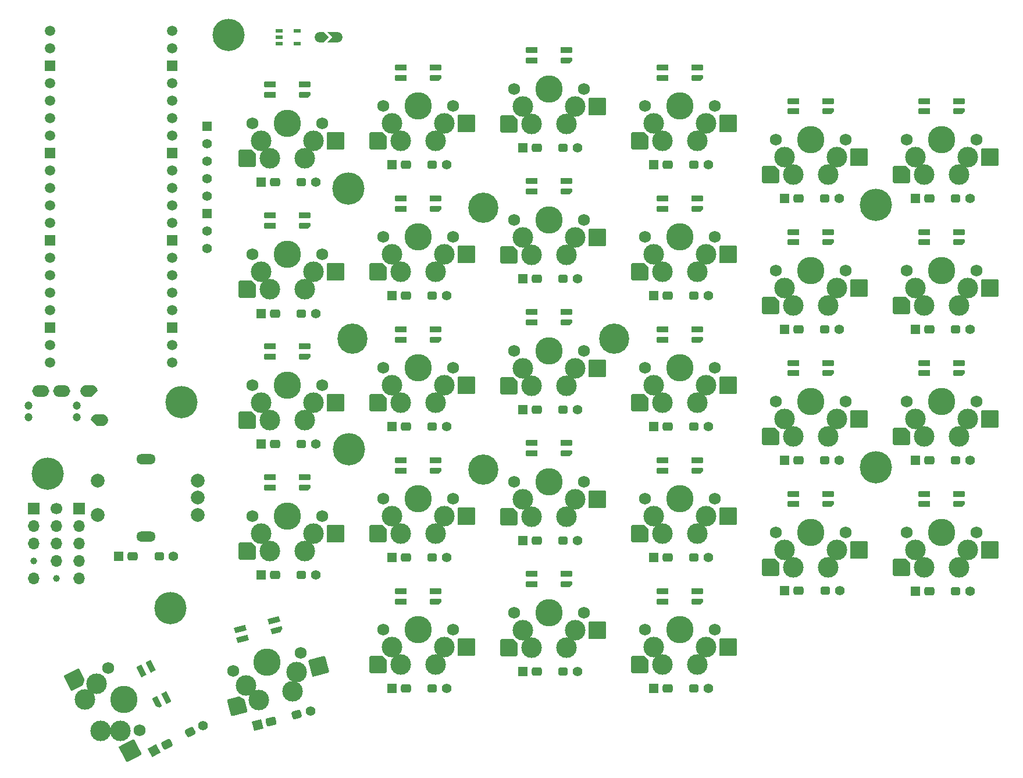
<source format=gbs>
G04 #@! TF.GenerationSoftware,KiCad,Pcbnew,7.0.5-0*
G04 #@! TF.CreationDate,2023-12-28T17:05:15-08:00*
G04 #@! TF.ProjectId,Sofle_Pico,536f666c-655f-4506-9963-6f2e6b696361,v3.5.3*
G04 #@! TF.SameCoordinates,Original*
G04 #@! TF.FileFunction,Soldermask,Bot*
G04 #@! TF.FilePolarity,Negative*
%FSLAX46Y46*%
G04 Gerber Fmt 4.6, Leading zero omitted, Abs format (unit mm)*
G04 Created by KiCad (PCBNEW 7.0.5-0) date 2023-12-28 17:05:15*
%MOMM*%
%LPD*%
G01*
G04 APERTURE LIST*
G04 Aperture macros list*
%AMRoundRect*
0 Rectangle with rounded corners*
0 $1 Rounding radius*
0 $2 $3 $4 $5 $6 $7 $8 $9 X,Y pos of 4 corners*
0 Add a 4 corners polygon primitive as box body*
4,1,4,$2,$3,$4,$5,$6,$7,$8,$9,$2,$3,0*
0 Add four circle primitives for the rounded corners*
1,1,$1+$1,$2,$3*
1,1,$1+$1,$4,$5*
1,1,$1+$1,$6,$7*
1,1,$1+$1,$8,$9*
0 Add four rect primitives between the rounded corners*
20,1,$1+$1,$2,$3,$4,$5,0*
20,1,$1+$1,$4,$5,$6,$7,0*
20,1,$1+$1,$6,$7,$8,$9,0*
20,1,$1+$1,$8,$9,$2,$3,0*%
%AMRotRect*
0 Rectangle, with rotation*
0 The origin of the aperture is its center*
0 $1 length*
0 $2 width*
0 $3 Rotation angle, in degrees counterclockwise*
0 Add horizontal line*
21,1,$1,$2,0,0,$3*%
%AMFreePoly0*
4,1,28,-0.850000,0.400000,0.000000,1.250000,0.114750,1.242219,0.293119,1.197860,0.457783,1.116195,0.601041,1.001041,0.716195,0.857783,0.797860,0.693119,0.842219,0.514750,0.850000,0.400000,0.850000,-0.400000,0.842219,-0.514750,0.797860,-0.693119,0.716195,-0.857783,0.601041,-1.001041,0.457783,-1.116195,0.293119,-1.197860,0.114750,-1.242219,0.000000,-1.250000,-0.114750,-1.242219,
-0.293119,-1.197860,-0.457783,-1.116195,-0.601041,-1.001041,-0.716195,-0.857783,-0.797860,-0.693119,-0.842219,-0.514750,-0.850000,-0.400000,-0.850000,0.400000,-0.850000,0.400000,$1*%
%AMFreePoly1*
4,1,28,-0.850000,0.400000,-0.842219,0.514750,-0.797860,0.693119,-0.716195,0.857783,-0.601041,1.001041,-0.457783,1.116195,-0.293119,1.197860,-0.114750,1.242219,0.000000,1.250000,0.114750,1.242219,0.293119,1.197860,0.457783,1.116195,0.601041,1.001041,0.716195,0.857783,0.797860,0.693119,0.842219,0.514750,0.850000,0.400000,0.850000,-0.400000,0.842219,-0.514750,0.797860,-0.693119,
0.716195,-0.857783,0.601041,-1.001041,0.457783,-1.116195,0.293119,-1.197860,0.114750,-1.242219,0.000000,-1.250000,-0.850000,-0.400000,-0.850000,0.400000,-0.850000,0.400000,$1*%
%AMFreePoly2*
4,1,21,-0.750000,0.000000,-0.734505,0.151663,-0.679731,0.316964,-0.588312,0.465177,-0.465177,0.588312,-0.316964,0.679731,-0.151663,0.734505,0.000000,0.750000,0.525000,0.750000,0.750000,0.525000,0.750000,-0.525000,0.525000,-0.750000,0.000000,-0.750000,-0.151663,-0.734505,-0.316964,-0.679731,-0.465177,-0.588312,-0.588312,-0.465177,-0.679731,-0.316964,-0.734505,-0.151663,-0.750000,0.000000,
-0.750000,0.000000,-0.750000,0.000000,$1*%
%AMFreePoly3*
4,1,6,0.500000,0.000000,-0.250000,-0.750000,-0.500000,-0.750000,-0.500000,0.750000,-0.250000,0.750000,0.500000,0.000000,0.500000,0.000000,$1*%
%AMFreePoly4*
4,1,6,0.260000,-0.750000,-0.990000,-0.750000,-0.240000,0.000000,-0.990000,0.750000,0.260000,0.750000,0.260000,-0.750000,0.260000,-0.750000,$1*%
%AMFreePoly5*
4,1,20,-0.750000,0.600000,-0.600000,0.750000,0.000000,0.750000,0.151663,0.734505,0.316964,0.679731,0.465177,0.588312,0.588312,0.465177,0.679731,0.316964,0.734505,0.151663,0.750000,0.000000,0.734505,-0.151663,0.679731,-0.316964,0.588312,-0.465177,0.465177,-0.588312,0.316964,-0.679731,0.151663,-0.734505,0.000000,-0.750000,-0.600000,-0.750000,-0.750000,-0.600000,-0.750000,0.600000,
-0.750000,0.600000,$1*%
%AMFreePoly6*
4,1,13,-0.850000,0.287000,-0.840637,0.334070,-0.813974,0.373974,-0.774070,0.400637,-0.727000,0.410000,0.850000,0.410000,0.850000,-0.410000,-0.727000,-0.410000,-0.774070,-0.400637,-0.813974,-0.373974,-0.840637,-0.334070,-0.850000,-0.287000,-0.850000,0.287000,-0.850000,0.287000,$1*%
%AMFreePoly7*
4,1,18,-0.850000,0.287000,-0.840637,0.334070,-0.813974,0.373974,-0.774070,0.400637,-0.727000,0.410000,0.727000,0.410000,0.774070,0.400637,0.813974,0.373974,0.840637,0.334070,0.850000,0.287000,0.850000,0.000000,0.440000,-0.410000,-0.727000,-0.410000,-0.774070,-0.400637,-0.813974,-0.373974,-0.840637,-0.334070,-0.850000,-0.287000,-0.850000,0.287000,-0.850000,0.287000,$1*%
%AMFreePoly8*
4,1,17,-1.275000,1.012000,-1.255742,1.108819,-1.200898,1.190898,-1.118819,1.245742,-1.022000,1.265000,1.022000,1.265000,1.118819,1.245742,1.200898,1.190898,1.255742,1.108819,1.275000,1.012000,1.275000,-1.012000,1.255742,-1.108819,1.200898,-1.190898,1.118819,-1.245742,1.022000,-1.265000,-1.275000,-1.265000,-1.275000,1.012000,-1.275000,1.012000,$1*%
%AMFreePoly9*
4,1,18,-1.250000,1.010000,-1.230970,1.105671,-1.176777,1.186777,-1.095671,1.240970,-1.000000,1.260000,0.625000,1.260000,1.250000,0.635000,1.250000,-1.010000,1.230970,-1.105671,1.176777,-1.186777,1.095671,-1.240970,1.000000,-1.260000,-1.000000,-1.260000,-1.095671,-1.240970,-1.176777,-1.186777,-1.230970,-1.105671,-1.250000,-1.010000,-1.250000,1.010000,-1.250000,1.010000,$1*%
G04 Aperture macros list end*
%ADD10C,1.200000*%
%ADD11FreePoly0,90.000000*%
%ADD12FreePoly1,90.000000*%
%ADD13O,2.500000X1.700000*%
%ADD14C,1.397000*%
%ADD15R,1.397000X1.397000*%
%ADD16O,2.800000X1.500000*%
%ADD17C,2.000000*%
%ADD18C,4.700000*%
%ADD19C,1.000000*%
%ADD20R,1.700000X1.700000*%
%ADD21O,1.700000X1.700000*%
%ADD22FreePoly2,0.000000*%
%ADD23FreePoly3,0.000000*%
%ADD24FreePoly4,0.000000*%
%ADD25FreePoly5,0.000000*%
%ADD26C,1.700000*%
%ADD27C,4.400000*%
%ADD28C,1.500000*%
%ADD29R,1.500000X1.500000*%
%ADD30R,1.400000X1.400000*%
%ADD31RoundRect,0.300000X-0.450000X-0.300000X0.450000X-0.300000X0.450000X0.300000X-0.450000X0.300000X0*%
%ADD32RoundRect,0.300000X-0.400000X-0.300000X0.400000X-0.300000X0.400000X0.300000X-0.400000X0.300000X0*%
%ADD33C,1.400000*%
%ADD34RotRect,1.400000X1.400000X27.000000*%
%ADD35RoundRect,0.300000X-0.264756X-0.471598X0.537150X-0.063006X0.264756X0.471598X-0.537150X0.063006X0*%
%ADD36RoundRect,0.300000X-0.220205X-0.448898X0.492600X-0.085706X0.220205X0.448898X-0.492600X0.085706X0*%
%ADD37C,1.750000*%
%ADD38C,3.000000*%
%ADD39C,3.987800*%
%ADD40FreePoly6,0.000000*%
%ADD41FreePoly7,0.000000*%
%ADD42FreePoly6,180.000000*%
%ADD43FreePoly8,0.000000*%
%ADD44FreePoly9,0.000000*%
%ADD45FreePoly6,297.000000*%
%ADD46FreePoly7,297.000000*%
%ADD47FreePoly6,117.000000*%
%ADD48FreePoly8,297.000000*%
%ADD49FreePoly9,297.000000*%
%ADD50FreePoly6,15.000000*%
%ADD51FreePoly7,15.000000*%
%ADD52FreePoly6,195.000000*%
%ADD53FreePoly8,15.000000*%
%ADD54FreePoly9,15.000000*%
%ADD55RotRect,1.400000X1.400000X15.000000*%
%ADD56RoundRect,0.300000X-0.357021X-0.406246X0.512312X-0.173309X0.357021X0.406246X-0.512312X0.173309X0*%
%ADD57RoundRect,0.300000X-0.308725X-0.393305X0.464016X-0.186250X0.308725X0.393305X-0.464016X0.186250X0*%
%ADD58R,1.100000X0.600000*%
G04 APERTURE END LIST*
D10*
X82890000Y-92820000D03*
X89890000Y-92820000D03*
X82890000Y-91070000D03*
X89890000Y-91070000D03*
D11*
X93190000Y-93170000D03*
D12*
X91690000Y-88970000D03*
D13*
X87690000Y-88970000D03*
X84690000Y-88970000D03*
D14*
X108847500Y-58090000D03*
X108847500Y-68250000D03*
X108847500Y-55550000D03*
X108847500Y-65710000D03*
X108847500Y-53010000D03*
X108847500Y-60630000D03*
D15*
X108847500Y-50470000D03*
X108847500Y-63170000D03*
D16*
X100000000Y-110100000D03*
X100000000Y-98900000D03*
D17*
X107500000Y-107000000D03*
X107500000Y-102000000D03*
X107500000Y-104500000D03*
X93000000Y-102000000D03*
X93000000Y-107000000D03*
D18*
X206290000Y-61910000D03*
X206275000Y-100025000D03*
X129440000Y-59510000D03*
X129530000Y-97460000D03*
D19*
X83670000Y-113700000D03*
D20*
X83670000Y-106080000D03*
D21*
X83670000Y-108620000D03*
X83670000Y-111160000D03*
X83670000Y-116240000D03*
D22*
X125314000Y-37463068D03*
D23*
X126164000Y-37463068D03*
D24*
X127334000Y-37463068D03*
D25*
X127854000Y-37463068D03*
D20*
X90240000Y-106070000D03*
D21*
X90240000Y-108610000D03*
X90240000Y-111150000D03*
X90240000Y-113690000D03*
X90240000Y-116230000D03*
D19*
X86920000Y-116230000D03*
D26*
X86920000Y-106070000D03*
D21*
X86920000Y-108610000D03*
X86920000Y-111150000D03*
X86920000Y-113690000D03*
D27*
X130075000Y-81370000D03*
X149125000Y-62320000D03*
X149125000Y-100420000D03*
X168175000Y-81370000D03*
D18*
X103590000Y-120530000D03*
X112010000Y-37117432D03*
X105140000Y-90590000D03*
D28*
X86052500Y-36524865D03*
X86052500Y-39064865D03*
D29*
X86052500Y-41604865D03*
D28*
X86052500Y-44144865D03*
X86052500Y-46684865D03*
X86052500Y-49224865D03*
X86052500Y-51764865D03*
D29*
X86052500Y-54304865D03*
D28*
X86052500Y-56844865D03*
X86052500Y-59384865D03*
X86052500Y-61924865D03*
X86052500Y-64464865D03*
D29*
X86052500Y-67004865D03*
D28*
X86052500Y-69544865D03*
X86052500Y-72084865D03*
X86052500Y-74624865D03*
X86052500Y-77164865D03*
D29*
X86052500Y-79704865D03*
D28*
X86052500Y-82244865D03*
X86052500Y-84784865D03*
X103832500Y-84784865D03*
X103832500Y-82244865D03*
D29*
X103832500Y-79704865D03*
D28*
X103832500Y-77164865D03*
X103832500Y-74624865D03*
X103832500Y-72084865D03*
X103832500Y-69544865D03*
D29*
X103832500Y-67004865D03*
D28*
X103832500Y-64464865D03*
X103832500Y-61924865D03*
X103832500Y-59384865D03*
X103832500Y-56844865D03*
D29*
X103832500Y-54304865D03*
D28*
X103832500Y-51764865D03*
X103832500Y-49224865D03*
X103832500Y-46684865D03*
X103832500Y-44144865D03*
D29*
X103832500Y-41604865D03*
D28*
X103832500Y-39064865D03*
X103832500Y-36524865D03*
D18*
X85649033Y-101000000D03*
D30*
X116730000Y-58575000D03*
D31*
X118780000Y-58575000D03*
D32*
X122630000Y-58575000D03*
D33*
X124730000Y-58575000D03*
D30*
X135780000Y-56075000D03*
D31*
X137830000Y-56075000D03*
D32*
X141680000Y-56075000D03*
D33*
X143780000Y-56075000D03*
D30*
X154830000Y-53610000D03*
D31*
X156880000Y-53610000D03*
D32*
X160730000Y-53610000D03*
D33*
X162830000Y-53610000D03*
D30*
X173880000Y-56075000D03*
D31*
X175930000Y-56075000D03*
D32*
X179780000Y-56075000D03*
D33*
X181880000Y-56075000D03*
D30*
X192930000Y-60975000D03*
D31*
X194980000Y-60975000D03*
D32*
X198830000Y-60975000D03*
D33*
X200930000Y-60975000D03*
D30*
X211980000Y-60975000D03*
D31*
X214030000Y-60975000D03*
D32*
X217880000Y-60975000D03*
D33*
X219980000Y-60975000D03*
D30*
X116730000Y-96675000D03*
D31*
X118780000Y-96675000D03*
D32*
X122630000Y-96675000D03*
D33*
X124730000Y-96675000D03*
D30*
X116730000Y-115725000D03*
D31*
X118780000Y-115725000D03*
D32*
X122630000Y-115725000D03*
D33*
X124730000Y-115725000D03*
D30*
X96000000Y-113040000D03*
D31*
X98050000Y-113040000D03*
D32*
X101900000Y-113040000D03*
D33*
X104000000Y-113040000D03*
D34*
X101193062Y-141278544D03*
D35*
X103019625Y-140347863D03*
D36*
X106450000Y-138600000D03*
D33*
X108321114Y-137646620D03*
D37*
X115470000Y-50000000D03*
X115470000Y-50000000D03*
D38*
X116740000Y-52540000D03*
X118010000Y-55080000D03*
D39*
X120550000Y-50000000D03*
X120550000Y-50000000D03*
D38*
X123090000Y-55080000D03*
X124360000Y-52540000D03*
D37*
X125630000Y-50000000D03*
X125630000Y-50000000D03*
D40*
X118009994Y-44380000D03*
X118009994Y-45880000D03*
D41*
X123109994Y-45880000D03*
D42*
X123109994Y-44380000D03*
D43*
X127635000Y-52555000D03*
D44*
X114708000Y-55070000D03*
D37*
X153570000Y-45000000D03*
X153570000Y-45000000D03*
D38*
X154840000Y-47540000D03*
X156110000Y-50080000D03*
D39*
X158650000Y-45000000D03*
X158650000Y-45000000D03*
D38*
X161190000Y-50080000D03*
X162460000Y-47540000D03*
D37*
X163730000Y-45000000D03*
X163730000Y-45000000D03*
D40*
X156109994Y-39380000D03*
X156109994Y-40880000D03*
D41*
X161209994Y-40880000D03*
D42*
X161209994Y-39380000D03*
D43*
X165735000Y-47555000D03*
D44*
X152808000Y-50070000D03*
D37*
X115470000Y-88100000D03*
X115470000Y-88100000D03*
D38*
X116740000Y-90640000D03*
X118010000Y-93180000D03*
D39*
X120550000Y-88100000D03*
X120550000Y-88100000D03*
D38*
X123090000Y-93180000D03*
X124360000Y-90640000D03*
D37*
X125630000Y-88100000D03*
X125630000Y-88100000D03*
D40*
X118009994Y-82480000D03*
X118009994Y-83980000D03*
D41*
X123109994Y-83980000D03*
D42*
X123109994Y-82480000D03*
D43*
X127635000Y-90655000D03*
D44*
X114708000Y-93170000D03*
D37*
X134520000Y-85600000D03*
X134520000Y-85600000D03*
D38*
X135790000Y-88140000D03*
X137060000Y-90680000D03*
D39*
X139600000Y-85600000D03*
X139600000Y-85600000D03*
D38*
X142140000Y-90680000D03*
X143410000Y-88140000D03*
D37*
X144680000Y-85600000D03*
X144680000Y-85600000D03*
D40*
X137059994Y-79980000D03*
X137059994Y-81480000D03*
D41*
X142159994Y-81480000D03*
D42*
X142159994Y-79980000D03*
D43*
X146685000Y-88155000D03*
D44*
X133758000Y-90670000D03*
D37*
X153570000Y-102150000D03*
X153570000Y-102150000D03*
D38*
X154840000Y-104690000D03*
X156110000Y-107230000D03*
D39*
X158650000Y-102150000D03*
X158650000Y-102150000D03*
D38*
X161190000Y-107230000D03*
X162460000Y-104690000D03*
D37*
X163730000Y-102150000D03*
X163730000Y-102150000D03*
D40*
X156109994Y-96530000D03*
X156109994Y-98030000D03*
D41*
X161209994Y-98030000D03*
D42*
X161209994Y-96530000D03*
D43*
X165735000Y-104705000D03*
D44*
X152808000Y-107220000D03*
D37*
X191670000Y-109550000D03*
X191670000Y-109550000D03*
D38*
X192940000Y-112090000D03*
X194210000Y-114630000D03*
D39*
X196750000Y-109550000D03*
X196750000Y-109550000D03*
D38*
X199290000Y-114630000D03*
X200560000Y-112090000D03*
D37*
X201830000Y-109550000D03*
X201830000Y-109550000D03*
D40*
X194209994Y-103930000D03*
X194209994Y-105430000D03*
D41*
X199309994Y-105430000D03*
D42*
X199309994Y-103930000D03*
D43*
X203835000Y-112105000D03*
D44*
X190908000Y-114620000D03*
D37*
X94489474Y-129314496D03*
X94489474Y-129314496D03*
D38*
X92802886Y-131599210D03*
X91116297Y-133883924D03*
D39*
X96795746Y-133840809D03*
X96795746Y-133840809D03*
D38*
X93422569Y-138410237D03*
X96262293Y-138388680D03*
D37*
X99102018Y-138367122D03*
X99102018Y-138367122D03*
D45*
X100650064Y-129026220D03*
X99313554Y-129707206D03*
D46*
X101628906Y-134251339D03*
D47*
X102965416Y-133570354D03*
D48*
X97735747Y-141313536D03*
D49*
X89626130Y-130937281D03*
D37*
X112693097Y-129714801D03*
X112693097Y-129714801D03*
D38*
X114577223Y-131839552D03*
X116461349Y-133964304D03*
D39*
X117600000Y-128400000D03*
X117600000Y-128400000D03*
D38*
X121368252Y-132649503D03*
X121937578Y-129867351D03*
D37*
X122506903Y-127085199D03*
X122506903Y-127085199D03*
D50*
X113691980Y-123628899D03*
X114080208Y-125077788D03*
D51*
X119006430Y-123757810D03*
D52*
X118618201Y-122308922D03*
D53*
X125104867Y-129034208D03*
D54*
X113269274Y-134809265D03*
D37*
X210720000Y-71450000D03*
X210720000Y-71450000D03*
D38*
X211990000Y-73990000D03*
X213260000Y-76530000D03*
D39*
X215800000Y-71450000D03*
X215800000Y-71450000D03*
D38*
X218340000Y-76530000D03*
X219610000Y-73990000D03*
D37*
X220880000Y-71450000D03*
X220880000Y-71450000D03*
D40*
X213259994Y-65830000D03*
X213259994Y-67330000D03*
D41*
X218359994Y-67330000D03*
D42*
X218359994Y-65830000D03*
D43*
X222885000Y-74005000D03*
D44*
X209958000Y-76520000D03*
D37*
X210720000Y-90500000D03*
X210720000Y-90500000D03*
D38*
X211990000Y-93040000D03*
X213260000Y-95580000D03*
D39*
X215800000Y-90500000D03*
X215800000Y-90500000D03*
D38*
X218340000Y-95580000D03*
X219610000Y-93040000D03*
D37*
X220880000Y-90500000D03*
X220880000Y-90500000D03*
D40*
X213259994Y-84880000D03*
X213259994Y-86380000D03*
D41*
X218359994Y-86380000D03*
D42*
X218359994Y-84880000D03*
D43*
X222885000Y-93055000D03*
D44*
X209958000Y-95570000D03*
D37*
X210720000Y-109550000D03*
X210720000Y-109550000D03*
D38*
X211990000Y-112090000D03*
X213260000Y-114630000D03*
D39*
X215800000Y-109550000D03*
X215800000Y-109550000D03*
D38*
X218340000Y-114630000D03*
X219610000Y-112090000D03*
D37*
X220880000Y-109550000D03*
X220880000Y-109550000D03*
D40*
X213259994Y-103930000D03*
X213259994Y-105430000D03*
D41*
X218359994Y-105430000D03*
D42*
X218359994Y-103930000D03*
D43*
X222885000Y-112105000D03*
D44*
X209958000Y-114620000D03*
D37*
X172620000Y-47500000D03*
X172620000Y-47500000D03*
D38*
X173890000Y-50040000D03*
X175160000Y-52580000D03*
D39*
X177700000Y-47500000D03*
X177700000Y-47500000D03*
D38*
X180240000Y-52580000D03*
X181510000Y-50040000D03*
D37*
X182780000Y-47500000D03*
X182780000Y-47500000D03*
D40*
X175159994Y-41880000D03*
X175159994Y-43380000D03*
D41*
X180259994Y-43380000D03*
D42*
X180259994Y-41880000D03*
D43*
X184785000Y-50055000D03*
D44*
X171858000Y-52570000D03*
D30*
X116730000Y-77675000D03*
D31*
X118780000Y-77675000D03*
D32*
X122630000Y-77675000D03*
D33*
X124730000Y-77675000D03*
D30*
X135780000Y-75125000D03*
D31*
X137830000Y-75125000D03*
D32*
X141680000Y-75125000D03*
D33*
X143780000Y-75125000D03*
D30*
X154830000Y-72625000D03*
D31*
X156880000Y-72625000D03*
D32*
X160730000Y-72625000D03*
D33*
X162830000Y-72625000D03*
D30*
X173880000Y-75125000D03*
D31*
X175930000Y-75125000D03*
D32*
X179780000Y-75125000D03*
D33*
X181880000Y-75125000D03*
D30*
X192930000Y-80025000D03*
D31*
X194980000Y-80025000D03*
D32*
X198830000Y-80025000D03*
D33*
X200930000Y-80025000D03*
D30*
X211980000Y-80025000D03*
D31*
X214030000Y-80025000D03*
D32*
X217880000Y-80025000D03*
D33*
X219980000Y-80025000D03*
D37*
X191670000Y-52400000D03*
X191670000Y-52400000D03*
D38*
X192940000Y-54940000D03*
X194210000Y-57480000D03*
D39*
X196750000Y-52400000D03*
X196750000Y-52400000D03*
D38*
X199290000Y-57480000D03*
X200560000Y-54940000D03*
D37*
X201830000Y-52400000D03*
X201830000Y-52400000D03*
D40*
X194209994Y-46780000D03*
X194209994Y-48280000D03*
D41*
X199309994Y-48280000D03*
D42*
X199309994Y-46780000D03*
D43*
X203835000Y-54955000D03*
D44*
X190908000Y-57470000D03*
D37*
X134520000Y-66550000D03*
X134520000Y-66550000D03*
D38*
X135790000Y-69090000D03*
X137060000Y-71630000D03*
D39*
X139600000Y-66550000D03*
X139600000Y-66550000D03*
D38*
X142140000Y-71630000D03*
X143410000Y-69090000D03*
D37*
X144680000Y-66550000D03*
X144680000Y-66550000D03*
D40*
X137059994Y-60930000D03*
X137059994Y-62430000D03*
D41*
X142159994Y-62430000D03*
D42*
X142159994Y-60930000D03*
D43*
X146685000Y-69105000D03*
D44*
X133758000Y-71620000D03*
D37*
X172620000Y-66550000D03*
X172620000Y-66550000D03*
D38*
X173890000Y-69090000D03*
X175160000Y-71630000D03*
D39*
X177700000Y-66550000D03*
X177700000Y-66550000D03*
D38*
X180240000Y-71630000D03*
X181510000Y-69090000D03*
D37*
X182780000Y-66550000D03*
X182780000Y-66550000D03*
D40*
X175159994Y-60930000D03*
X175159994Y-62430000D03*
D41*
X180259994Y-62430000D03*
D42*
X180259994Y-60930000D03*
D43*
X184785000Y-69105000D03*
D44*
X171858000Y-71620000D03*
D37*
X153570000Y-64050000D03*
X153570000Y-64050000D03*
D38*
X154840000Y-66590000D03*
X156110000Y-69130000D03*
D39*
X158650000Y-64050000D03*
X158650000Y-64050000D03*
D38*
X161190000Y-69130000D03*
X162460000Y-66590000D03*
D37*
X163730000Y-64050000D03*
X163730000Y-64050000D03*
D40*
X156109994Y-58430000D03*
X156109994Y-59930000D03*
D41*
X161209994Y-59930000D03*
D42*
X161209994Y-58430000D03*
D43*
X165735000Y-66605000D03*
D44*
X152808000Y-69120000D03*
D37*
X172620000Y-85600000D03*
X172620000Y-85600000D03*
D38*
X173890000Y-88140000D03*
X175160000Y-90680000D03*
D39*
X177700000Y-85600000D03*
X177700000Y-85600000D03*
D38*
X180240000Y-90680000D03*
X181510000Y-88140000D03*
D37*
X182780000Y-85600000D03*
X182780000Y-85600000D03*
D40*
X175159994Y-79980000D03*
X175159994Y-81480000D03*
D41*
X180259994Y-81480000D03*
D42*
X180259994Y-79980000D03*
D43*
X184785000Y-88155000D03*
D44*
X171858000Y-90670000D03*
D37*
X210720000Y-52400000D03*
X210720000Y-52400000D03*
D38*
X211990000Y-54940000D03*
X213260000Y-57480000D03*
D39*
X215800000Y-52400000D03*
X215800000Y-52400000D03*
D38*
X218340000Y-57480000D03*
X219610000Y-54940000D03*
D37*
X220880000Y-52400000D03*
X220880000Y-52400000D03*
D40*
X213259994Y-46780000D03*
X213259994Y-48280000D03*
D41*
X218359994Y-48280000D03*
D42*
X218359994Y-46780000D03*
D43*
X222885000Y-54955000D03*
D44*
X209958000Y-57470000D03*
D37*
X115470000Y-69050000D03*
X115470000Y-69050000D03*
D38*
X116740000Y-71590000D03*
X118010000Y-74130000D03*
D39*
X120550000Y-69050000D03*
X120550000Y-69050000D03*
D38*
X123090000Y-74130000D03*
X124360000Y-71590000D03*
D37*
X125630000Y-69050000D03*
X125630000Y-69050000D03*
D40*
X118009994Y-63430000D03*
X118009994Y-64930000D03*
D41*
X123109994Y-64930000D03*
D42*
X123109994Y-63430000D03*
D43*
X127635000Y-71605000D03*
D44*
X114708000Y-74120000D03*
D37*
X172620000Y-123700000D03*
X172620000Y-123700000D03*
D38*
X173890000Y-126240000D03*
X175160000Y-128780000D03*
D39*
X177700000Y-123700000D03*
X177700000Y-123700000D03*
D38*
X180240000Y-128780000D03*
X181510000Y-126240000D03*
D37*
X182780000Y-123700000D03*
X182780000Y-123700000D03*
D40*
X175159994Y-118080000D03*
X175159994Y-119580000D03*
D41*
X180259994Y-119580000D03*
D42*
X180259994Y-118080000D03*
D43*
X184785000Y-126255000D03*
D44*
X171858000Y-128770000D03*
D37*
X191670000Y-71450000D03*
X191670000Y-71450000D03*
D38*
X192940000Y-73990000D03*
X194210000Y-76530000D03*
D39*
X196750000Y-71450000D03*
X196750000Y-71450000D03*
D38*
X199290000Y-76530000D03*
X200560000Y-73990000D03*
D37*
X201830000Y-71450000D03*
X201830000Y-71450000D03*
D40*
X194209994Y-65830000D03*
X194209994Y-67330000D03*
D41*
X199309994Y-67330000D03*
D42*
X199309994Y-65830000D03*
D43*
X203835000Y-74005000D03*
D44*
X190908000Y-76520000D03*
D37*
X172620000Y-104650000D03*
X172620000Y-104650000D03*
D38*
X173890000Y-107190000D03*
X175160000Y-109730000D03*
D39*
X177700000Y-104650000D03*
X177700000Y-104650000D03*
D38*
X180240000Y-109730000D03*
X181510000Y-107190000D03*
D37*
X182780000Y-104650000D03*
X182780000Y-104650000D03*
D40*
X175159994Y-99030000D03*
X175159994Y-100530000D03*
D41*
X180259994Y-100530000D03*
D42*
X180259994Y-99030000D03*
D43*
X184785000Y-107205000D03*
D44*
X171858000Y-109720000D03*
D37*
X191670000Y-90500000D03*
X191670000Y-90500000D03*
D38*
X192940000Y-93040000D03*
X194210000Y-95580000D03*
D39*
X196750000Y-90500000D03*
X196750000Y-90500000D03*
D38*
X199290000Y-95580000D03*
X200560000Y-93040000D03*
D37*
X201830000Y-90500000D03*
X201830000Y-90500000D03*
D40*
X194209994Y-84880000D03*
X194209994Y-86380000D03*
D41*
X199309994Y-86380000D03*
D42*
X199309994Y-84880000D03*
D43*
X203835000Y-93055000D03*
D44*
X190908000Y-95570000D03*
D37*
X153570000Y-121200000D03*
X153570000Y-121200000D03*
D38*
X154840000Y-123740000D03*
X156110000Y-126280000D03*
D39*
X158650000Y-121200000D03*
X158650000Y-121200000D03*
D38*
X161190000Y-126280000D03*
X162460000Y-123740000D03*
D37*
X163730000Y-121200000D03*
X163730000Y-121200000D03*
D40*
X156109994Y-115580000D03*
X156109994Y-117080000D03*
D41*
X161209994Y-117080000D03*
D42*
X161209994Y-115580000D03*
D43*
X165735000Y-123755000D03*
D44*
X152808000Y-126270000D03*
D37*
X153570000Y-83100000D03*
X153570000Y-83100000D03*
D38*
X154840000Y-85640000D03*
X156110000Y-88180000D03*
D39*
X158650000Y-83100000D03*
X158650000Y-83100000D03*
D38*
X161190000Y-88180000D03*
X162460000Y-85640000D03*
D37*
X163730000Y-83100000D03*
X163730000Y-83100000D03*
D40*
X156109994Y-77480000D03*
X156109994Y-78980000D03*
D41*
X161209994Y-78980000D03*
D42*
X161209994Y-77480000D03*
D43*
X165735000Y-85655000D03*
D44*
X152808000Y-88170000D03*
D37*
X134520000Y-47500000D03*
X134520000Y-47500000D03*
D38*
X135790000Y-50040000D03*
X137060000Y-52580000D03*
D39*
X139600000Y-47500000D03*
X139600000Y-47500000D03*
D38*
X142140000Y-52580000D03*
X143410000Y-50040000D03*
D37*
X144680000Y-47500000D03*
X144680000Y-47500000D03*
D40*
X137059994Y-41880000D03*
X137059994Y-43380000D03*
D41*
X142159994Y-43380000D03*
D42*
X142159994Y-41880000D03*
D43*
X146685000Y-50055000D03*
D44*
X133758000Y-52570000D03*
D55*
X116221038Y-137567032D03*
D56*
X118201186Y-137036453D03*
D57*
X121920000Y-136040000D03*
D33*
X123948444Y-135496480D03*
D37*
X134520000Y-104650000D03*
X134520000Y-104650000D03*
D38*
X135790000Y-107190000D03*
X137060000Y-109730000D03*
D39*
X139600000Y-104650000D03*
X139600000Y-104650000D03*
D38*
X142140000Y-109730000D03*
X143410000Y-107190000D03*
D37*
X144680000Y-104650000D03*
X144680000Y-104650000D03*
D40*
X137059994Y-99030000D03*
X137059994Y-100530000D03*
D41*
X142159994Y-100530000D03*
D42*
X142159994Y-99030000D03*
D43*
X146685000Y-107205000D03*
D44*
X133758000Y-109720000D03*
D30*
X154830000Y-91675000D03*
D31*
X156880000Y-91675000D03*
D32*
X160730000Y-91675000D03*
D33*
X162830000Y-91675000D03*
D30*
X192930000Y-99075000D03*
D31*
X194980000Y-99075000D03*
D32*
X198830000Y-99075000D03*
D33*
X200930000Y-99075000D03*
D30*
X211980000Y-99075000D03*
D31*
X214030000Y-99075000D03*
D32*
X217880000Y-99075000D03*
D33*
X219980000Y-99075000D03*
D30*
X135780000Y-132275000D03*
D31*
X137830000Y-132275000D03*
D32*
X141680000Y-132275000D03*
D33*
X143780000Y-132275000D03*
D30*
X154830000Y-129775000D03*
D31*
X156880000Y-129775000D03*
D32*
X160730000Y-129775000D03*
D33*
X162830000Y-129775000D03*
D30*
X211980000Y-118125000D03*
D31*
X214030000Y-118125000D03*
D32*
X217880000Y-118125000D03*
D33*
X219980000Y-118125000D03*
D30*
X135780000Y-113225000D03*
D31*
X137830000Y-113225000D03*
D32*
X141680000Y-113225000D03*
D33*
X143780000Y-113225000D03*
D30*
X154830000Y-110725000D03*
D31*
X156880000Y-110725000D03*
D32*
X160730000Y-110725000D03*
D33*
X162830000Y-110725000D03*
D30*
X173880000Y-113225000D03*
D31*
X175930000Y-113225000D03*
D32*
X179780000Y-113225000D03*
D33*
X181880000Y-113225000D03*
D30*
X192962500Y-118010000D03*
D31*
X195012500Y-118010000D03*
D32*
X198862500Y-118010000D03*
D33*
X200962500Y-118010000D03*
D30*
X135780000Y-94175000D03*
D31*
X137830000Y-94175000D03*
D32*
X141680000Y-94175000D03*
D33*
X143780000Y-94175000D03*
D30*
X173880000Y-132275000D03*
D31*
X175930000Y-132275000D03*
D32*
X179780000Y-132275000D03*
D33*
X181880000Y-132275000D03*
D37*
X134520000Y-123700000D03*
X134520000Y-123700000D03*
D38*
X135790000Y-126240000D03*
X137060000Y-128780000D03*
D39*
X139600000Y-123700000D03*
X139600000Y-123700000D03*
D38*
X142140000Y-128780000D03*
X143410000Y-126240000D03*
D37*
X144680000Y-123700000D03*
X144680000Y-123700000D03*
D40*
X137059994Y-118080000D03*
X137059994Y-119580000D03*
D41*
X142159994Y-119580000D03*
D42*
X142159994Y-118080000D03*
D43*
X146685000Y-126255000D03*
D44*
X133758000Y-128770000D03*
D30*
X173880000Y-94175000D03*
D31*
X175930000Y-94175000D03*
D32*
X179780000Y-94175000D03*
D33*
X181880000Y-94175000D03*
D58*
X119390003Y-38423068D03*
X119390003Y-37473068D03*
X119390003Y-36523068D03*
X121990003Y-36523068D03*
X121990003Y-38423068D03*
D37*
X115470000Y-107150000D03*
X115470000Y-107150000D03*
D38*
X116740000Y-109690000D03*
X118010000Y-112230000D03*
D39*
X120550000Y-107150000D03*
X120550000Y-107150000D03*
D38*
X123090000Y-112230000D03*
X124360000Y-109690000D03*
D37*
X125630000Y-107150000D03*
X125630000Y-107150000D03*
D40*
X118009994Y-101530000D03*
X118009994Y-103030000D03*
D41*
X123109994Y-103030000D03*
D42*
X123109994Y-101530000D03*
D43*
X127635000Y-109705000D03*
D44*
X114708000Y-112220000D03*
M02*

</source>
